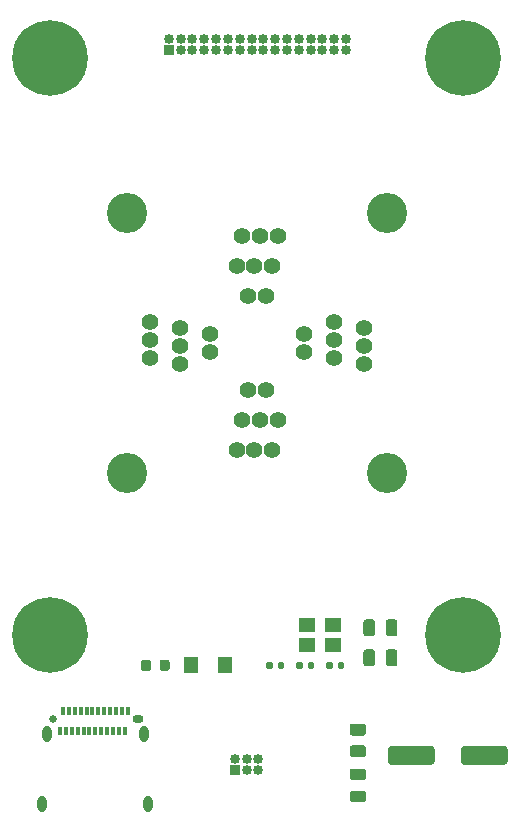
<source format=gbr>
%TF.GenerationSoftware,KiCad,Pcbnew,(5.1.7)-1*%
%TF.CreationDate,2021-11-27T18:52:13+01:00*%
%TF.ProjectId,SFP-32 Clampshell,5346502d-3332-4204-936c-616d70736865,rev?*%
%TF.SameCoordinates,Original*%
%TF.FileFunction,Soldermask,Top*%
%TF.FilePolarity,Negative*%
%FSLAX46Y46*%
G04 Gerber Fmt 4.6, Leading zero omitted, Abs format (unit mm)*
G04 Created by KiCad (PCBNEW (5.1.7)-1) date 2021-11-27 18:52:13*
%MOMM*%
%LPD*%
G01*
G04 APERTURE LIST*
%ADD10C,0.800000*%
%ADD11C,6.400000*%
%ADD12R,1.400000X1.200000*%
%ADD13O,0.850000X0.850000*%
%ADD14R,0.850000X0.850000*%
%ADD15R,0.300000X0.700000*%
%ADD16C,0.650000*%
%ADD17O,0.950000X0.650000*%
%ADD18O,0.800000X1.400000*%
%ADD19R,1.300000X1.400000*%
%ADD20C,3.400000*%
%ADD21C,1.400000*%
G04 APERTURE END LIST*
D10*
%TO.C,M3*%
X134412056Y-81487944D03*
X132715000Y-80785000D03*
X131017944Y-81487944D03*
X130315000Y-83185000D03*
X131017944Y-84882056D03*
X132715000Y-85585000D03*
X134412056Y-84882056D03*
X135115000Y-83185000D03*
D11*
X132715000Y-83185000D03*
%TD*%
%TO.C,M3*%
X167640000Y-83185000D03*
D10*
X170040000Y-83185000D03*
X169337056Y-84882056D03*
X167640000Y-85585000D03*
X165942944Y-84882056D03*
X165240000Y-83185000D03*
X165942944Y-81487944D03*
X167640000Y-80785000D03*
X169337056Y-81487944D03*
%TD*%
D11*
%TO.C,M3*%
X132715000Y-34290000D03*
D10*
X135115000Y-34290000D03*
X134412056Y-35987056D03*
X132715000Y-36690000D03*
X131017944Y-35987056D03*
X130315000Y-34290000D03*
X131017944Y-32592944D03*
X132715000Y-31890000D03*
X134412056Y-32592944D03*
%TD*%
%TO.C,M3*%
X169337056Y-32592944D03*
X167640000Y-31890000D03*
X165942944Y-32592944D03*
X165240000Y-34290000D03*
X165942944Y-35987056D03*
X167640000Y-36690000D03*
X169337056Y-35987056D03*
X170040000Y-34290000D03*
D11*
X167640000Y-34290000D03*
%TD*%
D12*
%TO.C,Y1*%
X154475000Y-82335000D03*
X156675000Y-82335000D03*
X156675000Y-84035000D03*
X154475000Y-84035000D03*
%TD*%
%TO.C,R1*%
G36*
G01*
X159200001Y-91675000D02*
X158299999Y-91675000D01*
G75*
G02*
X158050000Y-91425001I0J249999D01*
G01*
X158050000Y-90899999D01*
G75*
G02*
X158299999Y-90650000I249999J0D01*
G01*
X159200001Y-90650000D01*
G75*
G02*
X159450000Y-90899999I0J-249999D01*
G01*
X159450000Y-91425001D01*
G75*
G02*
X159200001Y-91675000I-249999J0D01*
G01*
G37*
G36*
G01*
X159200001Y-93500000D02*
X158299999Y-93500000D01*
G75*
G02*
X158050000Y-93250001I0J249999D01*
G01*
X158050000Y-92724999D01*
G75*
G02*
X158299999Y-92475000I249999J0D01*
G01*
X159200001Y-92475000D01*
G75*
G02*
X159450000Y-92724999I0J-249999D01*
G01*
X159450000Y-93250001D01*
G75*
G02*
X159200001Y-93500000I-249999J0D01*
G01*
G37*
%TD*%
D13*
%TO.C,J3*%
X150336000Y-93615000D03*
X150336000Y-94615000D03*
X149336000Y-93615000D03*
X149336000Y-94615000D03*
X148336000Y-93615000D03*
D14*
X148336000Y-94615000D03*
%TD*%
D15*
%TO.C,J2*%
X133525000Y-91295000D03*
X134025000Y-91295000D03*
X134525000Y-91295000D03*
X135025000Y-91295000D03*
X135525000Y-91295000D03*
X136025000Y-91295000D03*
X136525000Y-91295000D03*
X137025000Y-91295000D03*
X137525000Y-91295000D03*
X138025000Y-91295000D03*
X138525000Y-91295000D03*
D16*
X132925000Y-90255000D03*
D17*
X140125000Y-90255000D03*
D18*
X132035000Y-97455000D03*
X141015000Y-97455000D03*
X140655000Y-91505000D03*
D15*
X139025000Y-91295000D03*
X138775000Y-89595000D03*
X137275000Y-89595000D03*
X137775000Y-89595000D03*
X138275000Y-89595000D03*
X139275000Y-89595000D03*
X136775000Y-89595000D03*
X136275000Y-89595000D03*
X135775000Y-89595000D03*
X135275000Y-89595000D03*
X134775000Y-89595000D03*
X134275000Y-89595000D03*
X133775000Y-89595000D03*
D18*
X132395000Y-91505000D03*
%TD*%
%TO.C,F1*%
G36*
G01*
X141255000Y-85468750D02*
X141255000Y-85981250D01*
G75*
G02*
X141036250Y-86200000I-218750J0D01*
G01*
X140598750Y-86200000D01*
G75*
G02*
X140380000Y-85981250I0J218750D01*
G01*
X140380000Y-85468750D01*
G75*
G02*
X140598750Y-85250000I218750J0D01*
G01*
X141036250Y-85250000D01*
G75*
G02*
X141255000Y-85468750I0J-218750D01*
G01*
G37*
G36*
G01*
X142830000Y-85468750D02*
X142830000Y-85981250D01*
G75*
G02*
X142611250Y-86200000I-218750J0D01*
G01*
X142173750Y-86200000D01*
G75*
G02*
X141955000Y-85981250I0J218750D01*
G01*
X141955000Y-85468750D01*
G75*
G02*
X142173750Y-85250000I218750J0D01*
G01*
X142611250Y-85250000D01*
G75*
G02*
X142830000Y-85468750I0J-218750D01*
G01*
G37*
%TD*%
%TO.C,D2*%
G36*
G01*
X159206250Y-95435000D02*
X158293750Y-95435000D01*
G75*
G02*
X158050000Y-95191250I0J243750D01*
G01*
X158050000Y-94703750D01*
G75*
G02*
X158293750Y-94460000I243750J0D01*
G01*
X159206250Y-94460000D01*
G75*
G02*
X159450000Y-94703750I0J-243750D01*
G01*
X159450000Y-95191250D01*
G75*
G02*
X159206250Y-95435000I-243750J0D01*
G01*
G37*
G36*
G01*
X159206250Y-97310000D02*
X158293750Y-97310000D01*
G75*
G02*
X158050000Y-97066250I0J243750D01*
G01*
X158050000Y-96578750D01*
G75*
G02*
X158293750Y-96335000I243750J0D01*
G01*
X159206250Y-96335000D01*
G75*
G02*
X159450000Y-96578750I0J-243750D01*
G01*
X159450000Y-97066250D01*
G75*
G02*
X159206250Y-97310000I-243750J0D01*
G01*
G37*
%TD*%
D19*
%TO.C,D1*%
X144600000Y-85725000D03*
X147500000Y-85725000D03*
%TD*%
%TO.C,C6*%
G36*
G01*
X156645000Y-85555000D02*
X156645000Y-85895000D01*
G75*
G02*
X156505000Y-86035000I-140000J0D01*
G01*
X156225000Y-86035000D01*
G75*
G02*
X156085000Y-85895000I0J140000D01*
G01*
X156085000Y-85555000D01*
G75*
G02*
X156225000Y-85415000I140000J0D01*
G01*
X156505000Y-85415000D01*
G75*
G02*
X156645000Y-85555000I0J-140000D01*
G01*
G37*
G36*
G01*
X157605000Y-85555000D02*
X157605000Y-85895000D01*
G75*
G02*
X157465000Y-86035000I-140000J0D01*
G01*
X157185000Y-86035000D01*
G75*
G02*
X157045000Y-85895000I0J140000D01*
G01*
X157045000Y-85555000D01*
G75*
G02*
X157185000Y-85415000I140000J0D01*
G01*
X157465000Y-85415000D01*
G75*
G02*
X157605000Y-85555000I0J-140000D01*
G01*
G37*
%TD*%
%TO.C,C5*%
G36*
G01*
X154505000Y-85895000D02*
X154505000Y-85555000D01*
G75*
G02*
X154645000Y-85415000I140000J0D01*
G01*
X154925000Y-85415000D01*
G75*
G02*
X155065000Y-85555000I0J-140000D01*
G01*
X155065000Y-85895000D01*
G75*
G02*
X154925000Y-86035000I-140000J0D01*
G01*
X154645000Y-86035000D01*
G75*
G02*
X154505000Y-85895000I0J140000D01*
G01*
G37*
G36*
G01*
X153545000Y-85895000D02*
X153545000Y-85555000D01*
G75*
G02*
X153685000Y-85415000I140000J0D01*
G01*
X153965000Y-85415000D01*
G75*
G02*
X154105000Y-85555000I0J-140000D01*
G01*
X154105000Y-85895000D01*
G75*
G02*
X153965000Y-86035000I-140000J0D01*
G01*
X153685000Y-86035000D01*
G75*
G02*
X153545000Y-85895000I0J140000D01*
G01*
G37*
%TD*%
%TO.C,C4*%
G36*
G01*
X151965000Y-85895000D02*
X151965000Y-85555000D01*
G75*
G02*
X152105000Y-85415000I140000J0D01*
G01*
X152385000Y-85415000D01*
G75*
G02*
X152525000Y-85555000I0J-140000D01*
G01*
X152525000Y-85895000D01*
G75*
G02*
X152385000Y-86035000I-140000J0D01*
G01*
X152105000Y-86035000D01*
G75*
G02*
X151965000Y-85895000I0J140000D01*
G01*
G37*
G36*
G01*
X151005000Y-85895000D02*
X151005000Y-85555000D01*
G75*
G02*
X151145000Y-85415000I140000J0D01*
G01*
X151425000Y-85415000D01*
G75*
G02*
X151565000Y-85555000I0J-140000D01*
G01*
X151565000Y-85895000D01*
G75*
G02*
X151425000Y-86035000I-140000J0D01*
G01*
X151145000Y-86035000D01*
G75*
G02*
X151005000Y-85895000I0J140000D01*
G01*
G37*
%TD*%
%TO.C,C3*%
G36*
G01*
X167495000Y-93895000D02*
X167495000Y-92795000D01*
G75*
G02*
X167745000Y-92545000I250000J0D01*
G01*
X171170000Y-92545000D01*
G75*
G02*
X171420000Y-92795000I0J-250000D01*
G01*
X171420000Y-93895000D01*
G75*
G02*
X171170000Y-94145000I-250000J0D01*
G01*
X167745000Y-94145000D01*
G75*
G02*
X167495000Y-93895000I0J250000D01*
G01*
G37*
G36*
G01*
X161320000Y-93895000D02*
X161320000Y-92795000D01*
G75*
G02*
X161570000Y-92545000I250000J0D01*
G01*
X164995000Y-92545000D01*
G75*
G02*
X165245000Y-92795000I0J-250000D01*
G01*
X165245000Y-93895000D01*
G75*
G02*
X164995000Y-94145000I-250000J0D01*
G01*
X161570000Y-94145000D01*
G75*
G02*
X161320000Y-93895000I0J250000D01*
G01*
G37*
%TD*%
%TO.C,C2*%
G36*
G01*
X161105000Y-83025000D02*
X161105000Y-82075000D01*
G75*
G02*
X161355000Y-81825000I250000J0D01*
G01*
X161855000Y-81825000D01*
G75*
G02*
X162105000Y-82075000I0J-250000D01*
G01*
X162105000Y-83025000D01*
G75*
G02*
X161855000Y-83275000I-250000J0D01*
G01*
X161355000Y-83275000D01*
G75*
G02*
X161105000Y-83025000I0J250000D01*
G01*
G37*
G36*
G01*
X159205000Y-83025000D02*
X159205000Y-82075000D01*
G75*
G02*
X159455000Y-81825000I250000J0D01*
G01*
X159955000Y-81825000D01*
G75*
G02*
X160205000Y-82075000I0J-250000D01*
G01*
X160205000Y-83025000D01*
G75*
G02*
X159955000Y-83275000I-250000J0D01*
G01*
X159455000Y-83275000D01*
G75*
G02*
X159205000Y-83025000I0J250000D01*
G01*
G37*
%TD*%
%TO.C,C1*%
G36*
G01*
X161105000Y-85565000D02*
X161105000Y-84615000D01*
G75*
G02*
X161355000Y-84365000I250000J0D01*
G01*
X161855000Y-84365000D01*
G75*
G02*
X162105000Y-84615000I0J-250000D01*
G01*
X162105000Y-85565000D01*
G75*
G02*
X161855000Y-85815000I-250000J0D01*
G01*
X161355000Y-85815000D01*
G75*
G02*
X161105000Y-85565000I0J250000D01*
G01*
G37*
G36*
G01*
X159205000Y-85565000D02*
X159205000Y-84615000D01*
G75*
G02*
X159455000Y-84365000I250000J0D01*
G01*
X159955000Y-84365000D01*
G75*
G02*
X160205000Y-84615000I0J-250000D01*
G01*
X160205000Y-85565000D01*
G75*
G02*
X159955000Y-85815000I-250000J0D01*
G01*
X159455000Y-85815000D01*
G75*
G02*
X159205000Y-85565000I0J250000D01*
G01*
G37*
%TD*%
D20*
%TO.C,U1*%
X139224999Y-47420000D03*
X139224999Y-69420000D03*
X161224999Y-69420000D03*
X161224999Y-47420000D03*
D21*
X143684999Y-60170000D03*
X141144999Y-59670000D03*
X146224999Y-59170000D03*
X143684999Y-58670000D03*
X141144999Y-58170000D03*
X146224999Y-57670000D03*
X143684999Y-57170000D03*
X141144999Y-56670000D03*
X148474999Y-51880000D03*
X148974999Y-49340000D03*
X149474999Y-54420000D03*
X149974999Y-51880000D03*
X150474999Y-49340000D03*
X150974999Y-54420000D03*
X151474999Y-51880000D03*
X151974999Y-49340000D03*
X156764999Y-56670000D03*
X159304999Y-57170000D03*
X154224999Y-57670000D03*
X156764999Y-58170000D03*
X159304999Y-58670000D03*
X154224999Y-59170000D03*
X156764999Y-59670000D03*
X159304999Y-60170000D03*
X151974999Y-64960000D03*
X151474999Y-67500000D03*
X150974999Y-62420000D03*
X150474999Y-64960000D03*
X149974999Y-67500000D03*
X149474999Y-62420000D03*
X148974999Y-64960000D03*
X148474999Y-67500000D03*
%TD*%
D13*
%TO.C,J1*%
X157748000Y-32655000D03*
X157748000Y-33655000D03*
X156748000Y-32655000D03*
X156748000Y-33655000D03*
X155748000Y-32655000D03*
X155748000Y-33655000D03*
X154748000Y-32655000D03*
X154748000Y-33655000D03*
X153748000Y-32655000D03*
X153748000Y-33655000D03*
X152748000Y-32655000D03*
X152748000Y-33655000D03*
X151748000Y-32655000D03*
X151748000Y-33655000D03*
X150748000Y-32655000D03*
X150748000Y-33655000D03*
X149748000Y-32655000D03*
X149748000Y-33655000D03*
X148748000Y-32655000D03*
X148748000Y-33655000D03*
X147748000Y-32655000D03*
X147748000Y-33655000D03*
X146748000Y-32655000D03*
X146748000Y-33655000D03*
X145748000Y-32655000D03*
X145748000Y-33655000D03*
X144748000Y-32655000D03*
X144748000Y-33655000D03*
X143748000Y-32655000D03*
X143748000Y-33655000D03*
X142748000Y-32655000D03*
D14*
X142748000Y-33655000D03*
%TD*%
M02*

</source>
